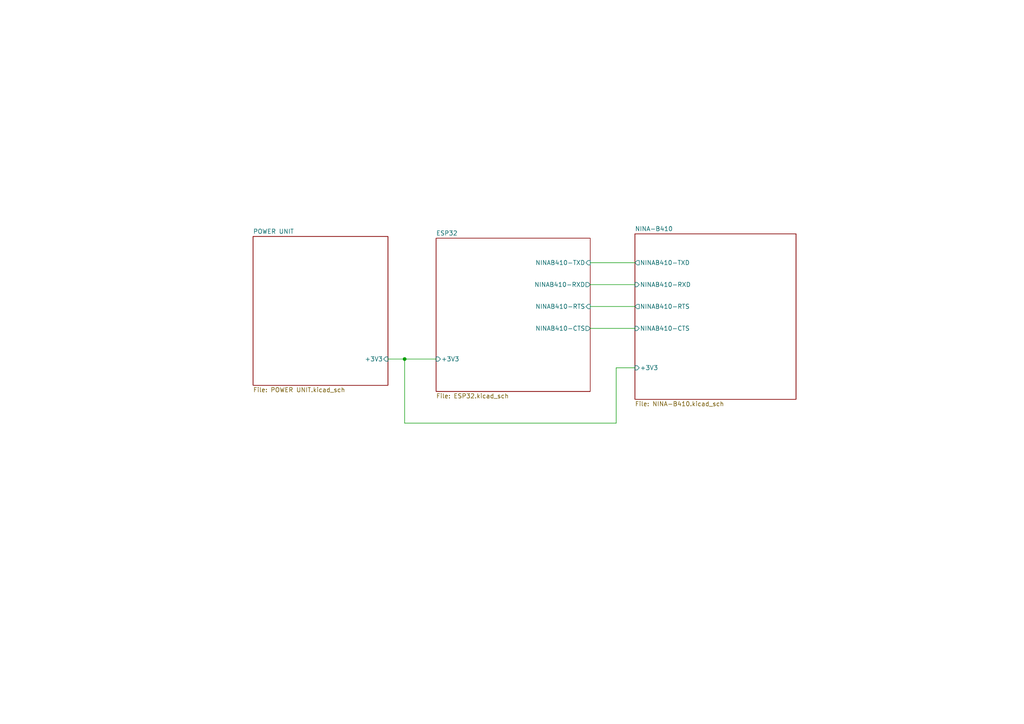
<source format=kicad_sch>
(kicad_sch (version 20230819) (generator eeschema)
  (paper "A4")
  (lib_symbols)
  (junction (at 117.3603 104.14))
  (wire (pts (xy 178.7189 106.68) (xy 184.15 106.68)))
  (wire (pts (xy 112.522 104.14) (xy 117.3603 104.14)))
  (wire (pts (xy 117.3603 104.14) (xy 126.492 104.14)))
  (wire (pts (xy 117.3603 104.14) (xy 117.3603 122.7246)))
  (wire (pts (xy 178.7189 122.7246) (xy 178.7189 106.68)))
  (wire (pts (xy 171.196 95.25) (xy 184.15 95.25)))
  (wire (pts (xy 117.3603 122.7246) (xy 178.7189 122.7246)))
  (wire (pts (xy 171.196 76.2) (xy 184.15 76.2)))
  (wire (pts (xy 171.196 82.55) (xy 184.15 82.55)))
  (wire (pts (xy 171.196 88.9) (xy 184.15 88.9)))
  (sheet (at 184.15 67.818) (size 46.736 48.006) (stroke (width 0.1524))
    (property "Sheetname" "NINA-B410" (at 184.15 67.1064 0) (effects (justify left bottom)))
    (property "Sheetfile" "NINA-B410.kicad_sch" (at 184.15 116.4086 0) (effects (justify left top)))
    (pin "NINAB410-RXD" input (at 184.15 82.55 180))
    (pin "NINAB410-RTS" output (at 184.15 88.9 180))
    (pin "NINAB410-TXD" output (at 184.15 76.2 180))
    (pin "NINAB410-CTS" input (at 184.15 95.25 180))
    (pin "+3V3" input (at 184.15 106.68 180))
  )
  (sheet (at 126.492 69.088) (size 44.704 44.45) (stroke (width 0.1524))
    (property "Sheetname" "ESP32" (at 126.492 68.3764 0) (effects (justify left bottom)))
    (property "Sheetfile" "ESP32.kicad_sch" (at 126.492 114.1226 0) (effects (justify left top)))
    (pin "NINAB410-TXD" input (at 171.196 76.2 0))
    (pin "NINAB410-CTS" output (at 171.196 95.25 0))
    (pin "NINAB410-RXD" output (at 171.196 82.55 0))
    (pin "NINAB410-RTS" input (at 171.196 88.9 0))
    (pin "+3V3" input (at 126.492 104.14 180))
  )
  (sheet (at 73.406 68.58) (size 39.116 43.18) (stroke (width 0.1524))
    (property "Sheetname" "POWER UNIT" (at 73.406 67.8684 0) (effects (justify left bottom)))
    (property "Sheetfile" "POWER UNIT.kicad_sch" (at 73.406 112.3446 0) (effects (justify left top)))
    (pin "+3V3" input (at 112.522 104.14 0))
  )
)
</source>
